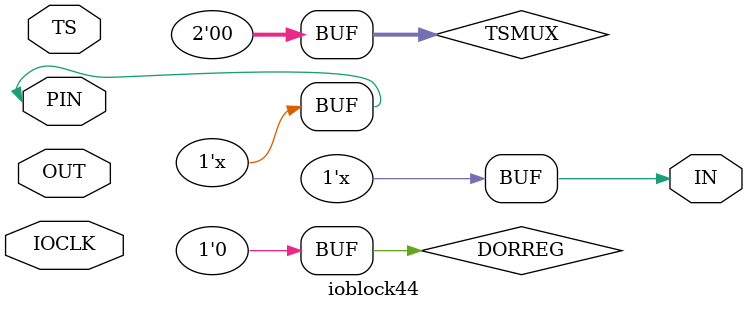
<source format=v>
module ioblock44(
	       inout  PIN,
	       input  TS,
	       input  OUT,
	       output IN,
	       input IOCLK
	       );
   
   reg 		     D;
   reg [2-1:0] 	     TSMUX;
   reg 		     DORREG;

   assign PIN = ( TSMUX == 2'b00 ) ? 1'bz : (( TSMUX == 2'b01 && TS == 1'b1 ) ? OUT : (( TSMUX == 2'b01 && TS == 1'b0 ) ? 1'bz : OUT));
   assign IN  = ( DORREG == 1'b0 ) ? PIN  : D;
   
   initial
     begin
	D=1'b0;
	TSMUX=2'b00;
	DORREG=1'b0;
     end
   
   always @(posedge IOCLK) D=PIN;
   
endmodule       

</source>
